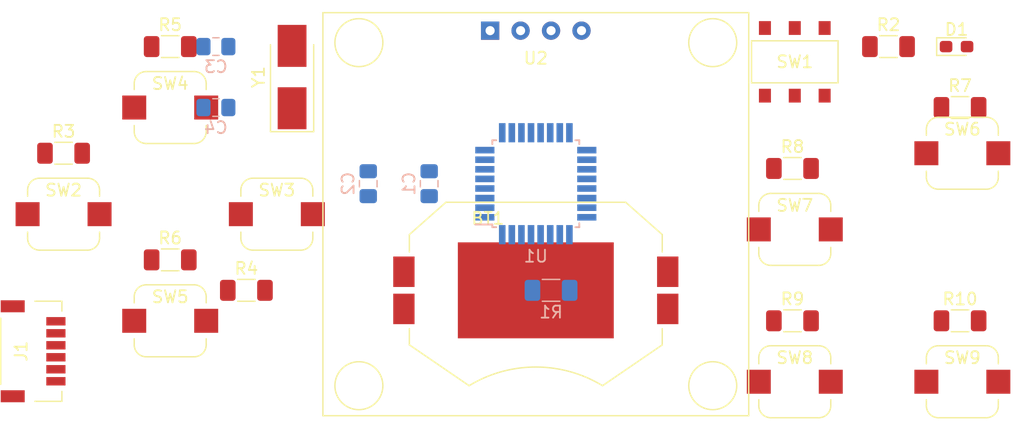
<source format=kicad_pcb>
(kicad_pcb (version 20171130) (host pcbnew "(5.1.10)-1")

  (general
    (thickness 1.6)
    (drawings 4)
    (tracks 0)
    (zones 0)
    (modules 29)
    (nets 22)
  )

  (page A4)
  (layers
    (0 F.Cu signal)
    (31 B.Cu signal)
    (32 B.Adhes user)
    (33 F.Adhes user)
    (34 B.Paste user)
    (35 F.Paste user)
    (36 B.SilkS user)
    (37 F.SilkS user)
    (38 B.Mask user)
    (39 F.Mask user)
    (40 Dwgs.User user)
    (41 Cmts.User user)
    (42 Eco1.User user)
    (43 Eco2.User user)
    (44 Edge.Cuts user)
    (45 Margin user)
    (46 B.CrtYd user)
    (47 F.CrtYd user)
    (48 B.Fab user)
    (49 F.Fab user)
  )

  (setup
    (last_trace_width 0.25)
    (trace_clearance 0.2)
    (zone_clearance 0.508)
    (zone_45_only no)
    (trace_min 0.2)
    (via_size 0.8)
    (via_drill 0.4)
    (via_min_size 0.4)
    (via_min_drill 0.3)
    (uvia_size 0.3)
    (uvia_drill 0.1)
    (uvias_allowed no)
    (uvia_min_size 0.2)
    (uvia_min_drill 0.1)
    (edge_width 0.05)
    (segment_width 0.2)
    (pcb_text_width 0.3)
    (pcb_text_size 1.5 1.5)
    (mod_edge_width 0.12)
    (mod_text_size 1 1)
    (mod_text_width 0.15)
    (pad_size 1.524 1.524)
    (pad_drill 0.762)
    (pad_to_mask_clearance 0)
    (aux_axis_origin 0 0)
    (visible_elements 7FFFF7FF)
    (pcbplotparams
      (layerselection 0x010fc_ffffffff)
      (usegerberextensions false)
      (usegerberattributes true)
      (usegerberadvancedattributes true)
      (creategerberjobfile true)
      (excludeedgelayer true)
      (linewidth 0.100000)
      (plotframeref false)
      (viasonmask false)
      (mode 1)
      (useauxorigin false)
      (hpglpennumber 1)
      (hpglpenspeed 20)
      (hpglpendiameter 15.000000)
      (psnegative false)
      (psa4output false)
      (plotreference true)
      (plotvalue true)
      (plotinvisibletext false)
      (padsonsilk false)
      (subtractmaskfromsilk false)
      (outputformat 1)
      (mirror false)
      (drillshape 1)
      (scaleselection 1)
      (outputdirectory ""))
  )

  (net 0 "")
  (net 1 "Net-(BT1-Pad1)")
  (net 2 GND)
  (net 3 +3V0)
  (net 4 "Net-(C4-Pad2)")
  (net 5 "Net-(D1-Pad2)")
  (net 6 "Net-(D1-Pad1)")
  (net 7 ISP-RST)
  (net 8 ISP-SCK)
  (net 9 ISP-MOSI)
  (net 10 ISP-MISO)
  (net 11 BTN-LEFT)
  (net 12 BTN-RIGHT)
  (net 13 BTN-UP)
  (net 14 BTN-DOWN)
  (net 15 BTN-A)
  (net 16 BTN-B)
  (net 17 BTN-PLAY)
  (net 18 BTN-ESC)
  (net 19 I2C-SCL)
  (net 20 I2C-SDA)
  (net 21 "Net-(C3-Pad2)")

  (net_class Default "This is the default net class."
    (clearance 0.2)
    (trace_width 0.25)
    (via_dia 0.8)
    (via_drill 0.4)
    (uvia_dia 0.3)
    (uvia_drill 0.1)
    (add_net +3V0)
    (add_net BTN-A)
    (add_net BTN-B)
    (add_net BTN-DOWN)
    (add_net BTN-ESC)
    (add_net BTN-LEFT)
    (add_net BTN-PLAY)
    (add_net BTN-RIGHT)
    (add_net BTN-UP)
    (add_net GND)
    (add_net I2C-SCL)
    (add_net I2C-SDA)
    (add_net ISP-MISO)
    (add_net ISP-MOSI)
    (add_net ISP-RST)
    (add_net ISP-SCK)
    (add_net "Net-(BT1-Pad1)")
    (add_net "Net-(C3-Pad2)")
    (add_net "Net-(C4-Pad2)")
    (add_net "Net-(D1-Pad1)")
    (add_net "Net-(D1-Pad2)")
    (add_net "Net-(SW1-Pad1)")
    (add_net "Net-(U1-Pad13)")
    (add_net "Net-(U1-Pad14)")
    (add_net "Net-(U1-Pad19)")
    (add_net "Net-(U1-Pad22)")
    (add_net "Net-(U1-Pad23)")
    (add_net "Net-(U1-Pad24)")
    (add_net "Net-(U1-Pad25)")
    (add_net "Net-(U1-Pad26)")
  )

  (module Resistor_SMD:R_1206_3216Metric_Pad1.30x1.75mm_HandSolder (layer F.Cu) (tedit 5F68FEEE) (tstamp 61196E5B)
    (at 256.3475 127)
    (descr "Resistor SMD 1206 (3216 Metric), square (rectangular) end terminal, IPC_7351 nominal with elongated pad for handsoldering. (Body size source: IPC-SM-782 page 72, https://www.pcb-3d.com/wordpress/wp-content/uploads/ipc-sm-782a_amendment_1_and_2.pdf), generated with kicad-footprint-generator")
    (tags "resistor handsolder")
    (path /6127D84B)
    (attr smd)
    (fp_text reference R10 (at 0 -1.82) (layer F.SilkS)
      (effects (font (size 1 1) (thickness 0.15)))
    )
    (fp_text value 10k (at 0 1.82) (layer F.Fab)
      (effects (font (size 1 1) (thickness 0.15)))
    )
    (fp_text user %R (at 0 0) (layer F.Fab)
      (effects (font (size 0.8 0.8) (thickness 0.12)))
    )
    (fp_line (start -1.6 0.8) (end -1.6 -0.8) (layer F.Fab) (width 0.1))
    (fp_line (start -1.6 -0.8) (end 1.6 -0.8) (layer F.Fab) (width 0.1))
    (fp_line (start 1.6 -0.8) (end 1.6 0.8) (layer F.Fab) (width 0.1))
    (fp_line (start 1.6 0.8) (end -1.6 0.8) (layer F.Fab) (width 0.1))
    (fp_line (start -0.727064 -0.91) (end 0.727064 -0.91) (layer F.SilkS) (width 0.12))
    (fp_line (start -0.727064 0.91) (end 0.727064 0.91) (layer F.SilkS) (width 0.12))
    (fp_line (start -2.45 1.12) (end -2.45 -1.12) (layer F.CrtYd) (width 0.05))
    (fp_line (start -2.45 -1.12) (end 2.45 -1.12) (layer F.CrtYd) (width 0.05))
    (fp_line (start 2.45 -1.12) (end 2.45 1.12) (layer F.CrtYd) (width 0.05))
    (fp_line (start 2.45 1.12) (end -2.45 1.12) (layer F.CrtYd) (width 0.05))
    (pad 2 smd roundrect (at 1.55 0) (size 1.3 1.75) (layers F.Cu F.Paste F.Mask) (roundrect_rratio 0.192308)
      (net 18 BTN-ESC))
    (pad 1 smd roundrect (at -1.55 0) (size 1.3 1.75) (layers F.Cu F.Paste F.Mask) (roundrect_rratio 0.192308)
      (net 3 +3V0))
    (model ${KISYS3DMOD}/Resistor_SMD.3dshapes/R_1206_3216Metric.wrl
      (at (xyz 0 0 0))
      (scale (xyz 1 1 1))
      (rotate (xyz 0 0 0))
    )
  )

  (module Resistor_SMD:R_1206_3216Metric_Pad1.30x1.75mm_HandSolder (layer F.Cu) (tedit 5F68FEEE) (tstamp 61196E4A)
    (at 242.3775 127)
    (descr "Resistor SMD 1206 (3216 Metric), square (rectangular) end terminal, IPC_7351 nominal with elongated pad for handsoldering. (Body size source: IPC-SM-782 page 72, https://www.pcb-3d.com/wordpress/wp-content/uploads/ipc-sm-782a_amendment_1_and_2.pdf), generated with kicad-footprint-generator")
    (tags "resistor handsolder")
    (path /6127A58C)
    (attr smd)
    (fp_text reference R9 (at 0 -1.82) (layer F.SilkS)
      (effects (font (size 1 1) (thickness 0.15)))
    )
    (fp_text value 10k (at 0 1.82) (layer F.Fab)
      (effects (font (size 1 1) (thickness 0.15)))
    )
    (fp_text user %R (at 0 0) (layer F.Fab)
      (effects (font (size 0.8 0.8) (thickness 0.12)))
    )
    (fp_line (start -1.6 0.8) (end -1.6 -0.8) (layer F.Fab) (width 0.1))
    (fp_line (start -1.6 -0.8) (end 1.6 -0.8) (layer F.Fab) (width 0.1))
    (fp_line (start 1.6 -0.8) (end 1.6 0.8) (layer F.Fab) (width 0.1))
    (fp_line (start 1.6 0.8) (end -1.6 0.8) (layer F.Fab) (width 0.1))
    (fp_line (start -0.727064 -0.91) (end 0.727064 -0.91) (layer F.SilkS) (width 0.12))
    (fp_line (start -0.727064 0.91) (end 0.727064 0.91) (layer F.SilkS) (width 0.12))
    (fp_line (start -2.45 1.12) (end -2.45 -1.12) (layer F.CrtYd) (width 0.05))
    (fp_line (start -2.45 -1.12) (end 2.45 -1.12) (layer F.CrtYd) (width 0.05))
    (fp_line (start 2.45 -1.12) (end 2.45 1.12) (layer F.CrtYd) (width 0.05))
    (fp_line (start 2.45 1.12) (end -2.45 1.12) (layer F.CrtYd) (width 0.05))
    (pad 2 smd roundrect (at 1.55 0) (size 1.3 1.75) (layers F.Cu F.Paste F.Mask) (roundrect_rratio 0.192308)
      (net 17 BTN-PLAY))
    (pad 1 smd roundrect (at -1.55 0) (size 1.3 1.75) (layers F.Cu F.Paste F.Mask) (roundrect_rratio 0.192308)
      (net 3 +3V0))
    (model ${KISYS3DMOD}/Resistor_SMD.3dshapes/R_1206_3216Metric.wrl
      (at (xyz 0 0 0))
      (scale (xyz 1 1 1))
      (rotate (xyz 0 0 0))
    )
  )

  (module Resistor_SMD:R_1206_3216Metric_Pad1.30x1.75mm_HandSolder (layer F.Cu) (tedit 5F68FEEE) (tstamp 61196B08)
    (at 242.3775 114.3)
    (descr "Resistor SMD 1206 (3216 Metric), square (rectangular) end terminal, IPC_7351 nominal with elongated pad for handsoldering. (Body size source: IPC-SM-782 page 72, https://www.pcb-3d.com/wordpress/wp-content/uploads/ipc-sm-782a_amendment_1_and_2.pdf), generated with kicad-footprint-generator")
    (tags "resistor handsolder")
    (path /61273FAA)
    (attr smd)
    (fp_text reference R8 (at 0 -1.82) (layer F.SilkS)
      (effects (font (size 1 1) (thickness 0.15)))
    )
    (fp_text value 10k (at 0 1.82) (layer F.Fab)
      (effects (font (size 1 1) (thickness 0.15)))
    )
    (fp_text user %R (at 0 0) (layer F.Fab)
      (effects (font (size 0.8 0.8) (thickness 0.12)))
    )
    (fp_line (start -1.6 0.8) (end -1.6 -0.8) (layer F.Fab) (width 0.1))
    (fp_line (start -1.6 -0.8) (end 1.6 -0.8) (layer F.Fab) (width 0.1))
    (fp_line (start 1.6 -0.8) (end 1.6 0.8) (layer F.Fab) (width 0.1))
    (fp_line (start 1.6 0.8) (end -1.6 0.8) (layer F.Fab) (width 0.1))
    (fp_line (start -0.727064 -0.91) (end 0.727064 -0.91) (layer F.SilkS) (width 0.12))
    (fp_line (start -0.727064 0.91) (end 0.727064 0.91) (layer F.SilkS) (width 0.12))
    (fp_line (start -2.45 1.12) (end -2.45 -1.12) (layer F.CrtYd) (width 0.05))
    (fp_line (start -2.45 -1.12) (end 2.45 -1.12) (layer F.CrtYd) (width 0.05))
    (fp_line (start 2.45 -1.12) (end 2.45 1.12) (layer F.CrtYd) (width 0.05))
    (fp_line (start 2.45 1.12) (end -2.45 1.12) (layer F.CrtYd) (width 0.05))
    (pad 2 smd roundrect (at 1.55 0) (size 1.3 1.75) (layers F.Cu F.Paste F.Mask) (roundrect_rratio 0.192308)
      (net 16 BTN-B))
    (pad 1 smd roundrect (at -1.55 0) (size 1.3 1.75) (layers F.Cu F.Paste F.Mask) (roundrect_rratio 0.192308)
      (net 3 +3V0))
    (model ${KISYS3DMOD}/Resistor_SMD.3dshapes/R_1206_3216Metric.wrl
      (at (xyz 0 0 0))
      (scale (xyz 1 1 1))
      (rotate (xyz 0 0 0))
    )
  )

  (module Resistor_SMD:R_1206_3216Metric_Pad1.30x1.75mm_HandSolder (layer F.Cu) (tedit 5F68FEEE) (tstamp 61196E28)
    (at 256.3475 109.22)
    (descr "Resistor SMD 1206 (3216 Metric), square (rectangular) end terminal, IPC_7351 nominal with elongated pad for handsoldering. (Body size source: IPC-SM-782 page 72, https://www.pcb-3d.com/wordpress/wp-content/uploads/ipc-sm-782a_amendment_1_and_2.pdf), generated with kicad-footprint-generator")
    (tags "resistor handsolder")
    (path /6127131B)
    (attr smd)
    (fp_text reference R7 (at 0 -1.82) (layer F.SilkS)
      (effects (font (size 1 1) (thickness 0.15)))
    )
    (fp_text value 10k (at 0 1.82) (layer F.Fab)
      (effects (font (size 1 1) (thickness 0.15)))
    )
    (fp_text user %R (at 0 0) (layer F.Fab)
      (effects (font (size 0.8 0.8) (thickness 0.12)))
    )
    (fp_line (start -1.6 0.8) (end -1.6 -0.8) (layer F.Fab) (width 0.1))
    (fp_line (start -1.6 -0.8) (end 1.6 -0.8) (layer F.Fab) (width 0.1))
    (fp_line (start 1.6 -0.8) (end 1.6 0.8) (layer F.Fab) (width 0.1))
    (fp_line (start 1.6 0.8) (end -1.6 0.8) (layer F.Fab) (width 0.1))
    (fp_line (start -0.727064 -0.91) (end 0.727064 -0.91) (layer F.SilkS) (width 0.12))
    (fp_line (start -0.727064 0.91) (end 0.727064 0.91) (layer F.SilkS) (width 0.12))
    (fp_line (start -2.45 1.12) (end -2.45 -1.12) (layer F.CrtYd) (width 0.05))
    (fp_line (start -2.45 -1.12) (end 2.45 -1.12) (layer F.CrtYd) (width 0.05))
    (fp_line (start 2.45 -1.12) (end 2.45 1.12) (layer F.CrtYd) (width 0.05))
    (fp_line (start 2.45 1.12) (end -2.45 1.12) (layer F.CrtYd) (width 0.05))
    (pad 2 smd roundrect (at 1.55 0) (size 1.3 1.75) (layers F.Cu F.Paste F.Mask) (roundrect_rratio 0.192308)
      (net 15 BTN-A))
    (pad 1 smd roundrect (at -1.55 0) (size 1.3 1.75) (layers F.Cu F.Paste F.Mask) (roundrect_rratio 0.192308)
      (net 3 +3V0))
    (model ${KISYS3DMOD}/Resistor_SMD.3dshapes/R_1206_3216Metric.wrl
      (at (xyz 0 0 0))
      (scale (xyz 1 1 1))
      (rotate (xyz 0 0 0))
    )
  )

  (module Resistor_SMD:R_1206_3216Metric_Pad1.30x1.75mm_HandSolder (layer F.Cu) (tedit 5F68FEEE) (tstamp 61196E17)
    (at 190.5 121.92)
    (descr "Resistor SMD 1206 (3216 Metric), square (rectangular) end terminal, IPC_7351 nominal with elongated pad for handsoldering. (Body size source: IPC-SM-782 page 72, https://www.pcb-3d.com/wordpress/wp-content/uploads/ipc-sm-782a_amendment_1_and_2.pdf), generated with kicad-footprint-generator")
    (tags "resistor handsolder")
    (path /6126EDC9)
    (attr smd)
    (fp_text reference R6 (at 0 -1.82) (layer F.SilkS)
      (effects (font (size 1 1) (thickness 0.15)))
    )
    (fp_text value 10k (at 0 1.82) (layer F.Fab)
      (effects (font (size 1 1) (thickness 0.15)))
    )
    (fp_text user %R (at 0 0) (layer F.Fab)
      (effects (font (size 0.8 0.8) (thickness 0.12)))
    )
    (fp_line (start -1.6 0.8) (end -1.6 -0.8) (layer F.Fab) (width 0.1))
    (fp_line (start -1.6 -0.8) (end 1.6 -0.8) (layer F.Fab) (width 0.1))
    (fp_line (start 1.6 -0.8) (end 1.6 0.8) (layer F.Fab) (width 0.1))
    (fp_line (start 1.6 0.8) (end -1.6 0.8) (layer F.Fab) (width 0.1))
    (fp_line (start -0.727064 -0.91) (end 0.727064 -0.91) (layer F.SilkS) (width 0.12))
    (fp_line (start -0.727064 0.91) (end 0.727064 0.91) (layer F.SilkS) (width 0.12))
    (fp_line (start -2.45 1.12) (end -2.45 -1.12) (layer F.CrtYd) (width 0.05))
    (fp_line (start -2.45 -1.12) (end 2.45 -1.12) (layer F.CrtYd) (width 0.05))
    (fp_line (start 2.45 -1.12) (end 2.45 1.12) (layer F.CrtYd) (width 0.05))
    (fp_line (start 2.45 1.12) (end -2.45 1.12) (layer F.CrtYd) (width 0.05))
    (pad 2 smd roundrect (at 1.55 0) (size 1.3 1.75) (layers F.Cu F.Paste F.Mask) (roundrect_rratio 0.192308)
      (net 14 BTN-DOWN))
    (pad 1 smd roundrect (at -1.55 0) (size 1.3 1.75) (layers F.Cu F.Paste F.Mask) (roundrect_rratio 0.192308)
      (net 3 +3V0))
    (model ${KISYS3DMOD}/Resistor_SMD.3dshapes/R_1206_3216Metric.wrl
      (at (xyz 0 0 0))
      (scale (xyz 1 1 1))
      (rotate (xyz 0 0 0))
    )
  )

  (module Resistor_SMD:R_1206_3216Metric_Pad1.30x1.75mm_HandSolder (layer F.Cu) (tedit 5F68FEEE) (tstamp 61196E06)
    (at 190.5 104.14)
    (descr "Resistor SMD 1206 (3216 Metric), square (rectangular) end terminal, IPC_7351 nominal with elongated pad for handsoldering. (Body size source: IPC-SM-782 page 72, https://www.pcb-3d.com/wordpress/wp-content/uploads/ipc-sm-782a_amendment_1_and_2.pdf), generated with kicad-footprint-generator")
    (tags "resistor handsolder")
    (path /6126C8C4)
    (attr smd)
    (fp_text reference R5 (at 0 -1.82) (layer F.SilkS)
      (effects (font (size 1 1) (thickness 0.15)))
    )
    (fp_text value 10k (at 0 1.82) (layer F.Fab)
      (effects (font (size 1 1) (thickness 0.15)))
    )
    (fp_text user %R (at 0 0) (layer F.Fab)
      (effects (font (size 0.8 0.8) (thickness 0.12)))
    )
    (fp_line (start -1.6 0.8) (end -1.6 -0.8) (layer F.Fab) (width 0.1))
    (fp_line (start -1.6 -0.8) (end 1.6 -0.8) (layer F.Fab) (width 0.1))
    (fp_line (start 1.6 -0.8) (end 1.6 0.8) (layer F.Fab) (width 0.1))
    (fp_line (start 1.6 0.8) (end -1.6 0.8) (layer F.Fab) (width 0.1))
    (fp_line (start -0.727064 -0.91) (end 0.727064 -0.91) (layer F.SilkS) (width 0.12))
    (fp_line (start -0.727064 0.91) (end 0.727064 0.91) (layer F.SilkS) (width 0.12))
    (fp_line (start -2.45 1.12) (end -2.45 -1.12) (layer F.CrtYd) (width 0.05))
    (fp_line (start -2.45 -1.12) (end 2.45 -1.12) (layer F.CrtYd) (width 0.05))
    (fp_line (start 2.45 -1.12) (end 2.45 1.12) (layer F.CrtYd) (width 0.05))
    (fp_line (start 2.45 1.12) (end -2.45 1.12) (layer F.CrtYd) (width 0.05))
    (pad 2 smd roundrect (at 1.55 0) (size 1.3 1.75) (layers F.Cu F.Paste F.Mask) (roundrect_rratio 0.192308)
      (net 13 BTN-UP))
    (pad 1 smd roundrect (at -1.55 0) (size 1.3 1.75) (layers F.Cu F.Paste F.Mask) (roundrect_rratio 0.192308)
      (net 3 +3V0))
    (model ${KISYS3DMOD}/Resistor_SMD.3dshapes/R_1206_3216Metric.wrl
      (at (xyz 0 0 0))
      (scale (xyz 1 1 1))
      (rotate (xyz 0 0 0))
    )
  )

  (module Resistor_SMD:R_1206_3216Metric_Pad1.30x1.75mm_HandSolder (layer F.Cu) (tedit 5F68FEEE) (tstamp 6119A7FF)
    (at 196.85 124.46)
    (descr "Resistor SMD 1206 (3216 Metric), square (rectangular) end terminal, IPC_7351 nominal with elongated pad for handsoldering. (Body size source: IPC-SM-782 page 72, https://www.pcb-3d.com/wordpress/wp-content/uploads/ipc-sm-782a_amendment_1_and_2.pdf), generated with kicad-footprint-generator")
    (tags "resistor handsolder")
    (path /6126AC0E)
    (attr smd)
    (fp_text reference R4 (at 0 -1.82) (layer F.SilkS)
      (effects (font (size 1 1) (thickness 0.15)))
    )
    (fp_text value 10k (at 0 1.82) (layer F.Fab)
      (effects (font (size 1 1) (thickness 0.15)))
    )
    (fp_text user %R (at 0 0) (layer F.Fab)
      (effects (font (size 0.8 0.8) (thickness 0.12)))
    )
    (fp_line (start -1.6 0.8) (end -1.6 -0.8) (layer F.Fab) (width 0.1))
    (fp_line (start -1.6 -0.8) (end 1.6 -0.8) (layer F.Fab) (width 0.1))
    (fp_line (start 1.6 -0.8) (end 1.6 0.8) (layer F.Fab) (width 0.1))
    (fp_line (start 1.6 0.8) (end -1.6 0.8) (layer F.Fab) (width 0.1))
    (fp_line (start -0.727064 -0.91) (end 0.727064 -0.91) (layer F.SilkS) (width 0.12))
    (fp_line (start -0.727064 0.91) (end 0.727064 0.91) (layer F.SilkS) (width 0.12))
    (fp_line (start -2.45 1.12) (end -2.45 -1.12) (layer F.CrtYd) (width 0.05))
    (fp_line (start -2.45 -1.12) (end 2.45 -1.12) (layer F.CrtYd) (width 0.05))
    (fp_line (start 2.45 -1.12) (end 2.45 1.12) (layer F.CrtYd) (width 0.05))
    (fp_line (start 2.45 1.12) (end -2.45 1.12) (layer F.CrtYd) (width 0.05))
    (pad 2 smd roundrect (at 1.55 0) (size 1.3 1.75) (layers F.Cu F.Paste F.Mask) (roundrect_rratio 0.192308)
      (net 12 BTN-RIGHT))
    (pad 1 smd roundrect (at -1.55 0) (size 1.3 1.75) (layers F.Cu F.Paste F.Mask) (roundrect_rratio 0.192308)
      (net 3 +3V0))
    (model ${KISYS3DMOD}/Resistor_SMD.3dshapes/R_1206_3216Metric.wrl
      (at (xyz 0 0 0))
      (scale (xyz 1 1 1))
      (rotate (xyz 0 0 0))
    )
  )

  (module Resistor_SMD:R_1206_3216Metric_Pad1.30x1.75mm_HandSolder (layer F.Cu) (tedit 5F68FEEE) (tstamp 61196DE4)
    (at 181.61 113.03)
    (descr "Resistor SMD 1206 (3216 Metric), square (rectangular) end terminal, IPC_7351 nominal with elongated pad for handsoldering. (Body size source: IPC-SM-782 page 72, https://www.pcb-3d.com/wordpress/wp-content/uploads/ipc-sm-782a_amendment_1_and_2.pdf), generated with kicad-footprint-generator")
    (tags "resistor handsolder")
    (path /61246460)
    (attr smd)
    (fp_text reference R3 (at 0 -1.82) (layer F.SilkS)
      (effects (font (size 1 1) (thickness 0.15)))
    )
    (fp_text value 10k (at 0 1.82) (layer F.Fab)
      (effects (font (size 1 1) (thickness 0.15)))
    )
    (fp_text user %R (at 0 0) (layer F.Fab)
      (effects (font (size 0.8 0.8) (thickness 0.12)))
    )
    (fp_line (start -1.6 0.8) (end -1.6 -0.8) (layer F.Fab) (width 0.1))
    (fp_line (start -1.6 -0.8) (end 1.6 -0.8) (layer F.Fab) (width 0.1))
    (fp_line (start 1.6 -0.8) (end 1.6 0.8) (layer F.Fab) (width 0.1))
    (fp_line (start 1.6 0.8) (end -1.6 0.8) (layer F.Fab) (width 0.1))
    (fp_line (start -0.727064 -0.91) (end 0.727064 -0.91) (layer F.SilkS) (width 0.12))
    (fp_line (start -0.727064 0.91) (end 0.727064 0.91) (layer F.SilkS) (width 0.12))
    (fp_line (start -2.45 1.12) (end -2.45 -1.12) (layer F.CrtYd) (width 0.05))
    (fp_line (start -2.45 -1.12) (end 2.45 -1.12) (layer F.CrtYd) (width 0.05))
    (fp_line (start 2.45 -1.12) (end 2.45 1.12) (layer F.CrtYd) (width 0.05))
    (fp_line (start 2.45 1.12) (end -2.45 1.12) (layer F.CrtYd) (width 0.05))
    (pad 2 smd roundrect (at 1.55 0) (size 1.3 1.75) (layers F.Cu F.Paste F.Mask) (roundrect_rratio 0.192308)
      (net 11 BTN-LEFT))
    (pad 1 smd roundrect (at -1.55 0) (size 1.3 1.75) (layers F.Cu F.Paste F.Mask) (roundrect_rratio 0.192308)
      (net 3 +3V0))
    (model ${KISYS3DMOD}/Resistor_SMD.3dshapes/R_1206_3216Metric.wrl
      (at (xyz 0 0 0))
      (scale (xyz 1 1 1))
      (rotate (xyz 0 0 0))
    )
  )

  (module Resistor_SMD:R_1206_3216Metric_Pad1.30x1.75mm_HandSolder (layer F.Cu) (tedit 5F68FEEE) (tstamp 61196DD3)
    (at 250.3825 104.14)
    (descr "Resistor SMD 1206 (3216 Metric), square (rectangular) end terminal, IPC_7351 nominal with elongated pad for handsoldering. (Body size source: IPC-SM-782 page 72, https://www.pcb-3d.com/wordpress/wp-content/uploads/ipc-sm-782a_amendment_1_and_2.pdf), generated with kicad-footprint-generator")
    (tags "resistor handsolder")
    (path /61191C2E)
    (attr smd)
    (fp_text reference R2 (at 0 -1.82) (layer F.SilkS)
      (effects (font (size 1 1) (thickness 0.15)))
    )
    (fp_text value 330 (at 0 1.82) (layer F.Fab)
      (effects (font (size 1 1) (thickness 0.15)))
    )
    (fp_text user %R (at 0 0) (layer F.Fab)
      (effects (font (size 0.8 0.8) (thickness 0.12)))
    )
    (fp_line (start -1.6 0.8) (end -1.6 -0.8) (layer F.Fab) (width 0.1))
    (fp_line (start -1.6 -0.8) (end 1.6 -0.8) (layer F.Fab) (width 0.1))
    (fp_line (start 1.6 -0.8) (end 1.6 0.8) (layer F.Fab) (width 0.1))
    (fp_line (start 1.6 0.8) (end -1.6 0.8) (layer F.Fab) (width 0.1))
    (fp_line (start -0.727064 -0.91) (end 0.727064 -0.91) (layer F.SilkS) (width 0.12))
    (fp_line (start -0.727064 0.91) (end 0.727064 0.91) (layer F.SilkS) (width 0.12))
    (fp_line (start -2.45 1.12) (end -2.45 -1.12) (layer F.CrtYd) (width 0.05))
    (fp_line (start -2.45 -1.12) (end 2.45 -1.12) (layer F.CrtYd) (width 0.05))
    (fp_line (start 2.45 -1.12) (end 2.45 1.12) (layer F.CrtYd) (width 0.05))
    (fp_line (start 2.45 1.12) (end -2.45 1.12) (layer F.CrtYd) (width 0.05))
    (pad 2 smd roundrect (at 1.55 0) (size 1.3 1.75) (layers F.Cu F.Paste F.Mask) (roundrect_rratio 0.192308)
      (net 3 +3V0))
    (pad 1 smd roundrect (at -1.55 0) (size 1.3 1.75) (layers F.Cu F.Paste F.Mask) (roundrect_rratio 0.192308)
      (net 5 "Net-(D1-Pad2)"))
    (model ${KISYS3DMOD}/Resistor_SMD.3dshapes/R_1206_3216Metric.wrl
      (at (xyz 0 0 0))
      (scale (xyz 1 1 1))
      (rotate (xyz 0 0 0))
    )
  )

  (module Resistor_SMD:R_1206_3216Metric_Pad1.30x1.75mm_HandSolder (layer B.Cu) (tedit 5F68FEEE) (tstamp 61196DC2)
    (at 222.25 124.46)
    (descr "Resistor SMD 1206 (3216 Metric), square (rectangular) end terminal, IPC_7351 nominal with elongated pad for handsoldering. (Body size source: IPC-SM-782 page 72, https://www.pcb-3d.com/wordpress/wp-content/uploads/ipc-sm-782a_amendment_1_and_2.pdf), generated with kicad-footprint-generator")
    (tags "resistor handsolder")
    (path /61190EC5)
    (attr smd)
    (fp_text reference R1 (at 0 1.82) (layer B.SilkS)
      (effects (font (size 1 1) (thickness 0.15)) (justify mirror))
    )
    (fp_text value 10k (at 0 -1.82) (layer B.Fab)
      (effects (font (size 1 1) (thickness 0.15)) (justify mirror))
    )
    (fp_text user %R (at 0 0) (layer B.Fab)
      (effects (font (size 0.8 0.8) (thickness 0.12)) (justify mirror))
    )
    (fp_line (start -1.6 -0.8) (end -1.6 0.8) (layer B.Fab) (width 0.1))
    (fp_line (start -1.6 0.8) (end 1.6 0.8) (layer B.Fab) (width 0.1))
    (fp_line (start 1.6 0.8) (end 1.6 -0.8) (layer B.Fab) (width 0.1))
    (fp_line (start 1.6 -0.8) (end -1.6 -0.8) (layer B.Fab) (width 0.1))
    (fp_line (start -0.727064 0.91) (end 0.727064 0.91) (layer B.SilkS) (width 0.12))
    (fp_line (start -0.727064 -0.91) (end 0.727064 -0.91) (layer B.SilkS) (width 0.12))
    (fp_line (start -2.45 -1.12) (end -2.45 1.12) (layer B.CrtYd) (width 0.05))
    (fp_line (start -2.45 1.12) (end 2.45 1.12) (layer B.CrtYd) (width 0.05))
    (fp_line (start 2.45 1.12) (end 2.45 -1.12) (layer B.CrtYd) (width 0.05))
    (fp_line (start 2.45 -1.12) (end -2.45 -1.12) (layer B.CrtYd) (width 0.05))
    (pad 2 smd roundrect (at 1.55 0) (size 1.3 1.75) (layers B.Cu B.Paste B.Mask) (roundrect_rratio 0.192308)
      (net 3 +3V0))
    (pad 1 smd roundrect (at -1.55 0) (size 1.3 1.75) (layers B.Cu B.Paste B.Mask) (roundrect_rratio 0.192308)
      (net 7 ISP-RST))
    (model ${KISYS3DMOD}/Resistor_SMD.3dshapes/R_1206_3216Metric.wrl
      (at (xyz 0 0 0))
      (scale (xyz 1 1 1))
      (rotate (xyz 0 0 0))
    )
  )

  (module LED_SMD:LED_0603_1608Metric_Pad1.05x0.95mm_HandSolder (layer F.Cu) (tedit 5F68FEF1) (tstamp 6119A66B)
    (at 256.0575 104.14)
    (descr "LED SMD 0603 (1608 Metric), square (rectangular) end terminal, IPC_7351 nominal, (Body size source: http://www.tortai-tech.com/upload/download/2011102023233369053.pdf), generated with kicad-footprint-generator")
    (tags "LED handsolder")
    (path /61193323)
    (attr smd)
    (fp_text reference D1 (at 0 -1.43) (layer F.SilkS)
      (effects (font (size 1 1) (thickness 0.15)))
    )
    (fp_text value LED (at 0 1.43) (layer F.Fab)
      (effects (font (size 1 1) (thickness 0.15)))
    )
    (fp_text user %R (at 0 0) (layer F.Fab)
      (effects (font (size 0.4 0.4) (thickness 0.06)))
    )
    (fp_line (start 0.8 -0.4) (end -0.5 -0.4) (layer F.Fab) (width 0.1))
    (fp_line (start -0.5 -0.4) (end -0.8 -0.1) (layer F.Fab) (width 0.1))
    (fp_line (start -0.8 -0.1) (end -0.8 0.4) (layer F.Fab) (width 0.1))
    (fp_line (start -0.8 0.4) (end 0.8 0.4) (layer F.Fab) (width 0.1))
    (fp_line (start 0.8 0.4) (end 0.8 -0.4) (layer F.Fab) (width 0.1))
    (fp_line (start 0.8 -0.735) (end -1.66 -0.735) (layer F.SilkS) (width 0.12))
    (fp_line (start -1.66 -0.735) (end -1.66 0.735) (layer F.SilkS) (width 0.12))
    (fp_line (start -1.66 0.735) (end 0.8 0.735) (layer F.SilkS) (width 0.12))
    (fp_line (start -1.65 0.73) (end -1.65 -0.73) (layer F.CrtYd) (width 0.05))
    (fp_line (start -1.65 -0.73) (end 1.65 -0.73) (layer F.CrtYd) (width 0.05))
    (fp_line (start 1.65 -0.73) (end 1.65 0.73) (layer F.CrtYd) (width 0.05))
    (fp_line (start 1.65 0.73) (end -1.65 0.73) (layer F.CrtYd) (width 0.05))
    (pad 2 smd roundrect (at 0.875 0) (size 1.05 0.95) (layers F.Cu F.Paste F.Mask) (roundrect_rratio 0.25)
      (net 5 "Net-(D1-Pad2)"))
    (pad 1 smd roundrect (at -0.875 0) (size 1.05 0.95) (layers F.Cu F.Paste F.Mask) (roundrect_rratio 0.25)
      (net 6 "Net-(D1-Pad1)"))
    (model ${KISYS3DMOD}/LED_SMD.3dshapes/LED_0603_1608Metric.wrl
      (at (xyz 0 0 0))
      (scale (xyz 1 1 1))
      (rotate (xyz 0 0 0))
    )
  )

  (module Capacitor_SMD:C_0805_2012Metric_Pad1.18x1.45mm_HandSolder (layer B.Cu) (tedit 5F68FEEF) (tstamp 61196D8D)
    (at 194.31 109.22)
    (descr "Capacitor SMD 0805 (2012 Metric), square (rectangular) end terminal, IPC_7351 nominal with elongated pad for handsoldering. (Body size source: IPC-SM-782 page 76, https://www.pcb-3d.com/wordpress/wp-content/uploads/ipc-sm-782a_amendment_1_and_2.pdf, https://docs.google.com/spreadsheets/d/1BsfQQcO9C6DZCsRaXUlFlo91Tg2WpOkGARC1WS5S8t0/edit?usp=sharing), generated with kicad-footprint-generator")
    (tags "capacitor handsolder")
    (path /6118EC2D)
    (attr smd)
    (fp_text reference C4 (at 0 1.68) (layer B.SilkS)
      (effects (font (size 1 1) (thickness 0.15)) (justify mirror))
    )
    (fp_text value 22pF (at 0 -1.68) (layer B.Fab)
      (effects (font (size 1 1) (thickness 0.15)) (justify mirror))
    )
    (fp_text user %R (at 0 0) (layer B.Fab)
      (effects (font (size 0.5 0.5) (thickness 0.08)) (justify mirror))
    )
    (fp_line (start -1 -0.625) (end -1 0.625) (layer B.Fab) (width 0.1))
    (fp_line (start -1 0.625) (end 1 0.625) (layer B.Fab) (width 0.1))
    (fp_line (start 1 0.625) (end 1 -0.625) (layer B.Fab) (width 0.1))
    (fp_line (start 1 -0.625) (end -1 -0.625) (layer B.Fab) (width 0.1))
    (fp_line (start -0.261252 0.735) (end 0.261252 0.735) (layer B.SilkS) (width 0.12))
    (fp_line (start -0.261252 -0.735) (end 0.261252 -0.735) (layer B.SilkS) (width 0.12))
    (fp_line (start -1.88 -0.98) (end -1.88 0.98) (layer B.CrtYd) (width 0.05))
    (fp_line (start -1.88 0.98) (end 1.88 0.98) (layer B.CrtYd) (width 0.05))
    (fp_line (start 1.88 0.98) (end 1.88 -0.98) (layer B.CrtYd) (width 0.05))
    (fp_line (start 1.88 -0.98) (end -1.88 -0.98) (layer B.CrtYd) (width 0.05))
    (pad 2 smd roundrect (at 1.0375 0) (size 1.175 1.45) (layers B.Cu B.Paste B.Mask) (roundrect_rratio 0.212766)
      (net 4 "Net-(C4-Pad2)"))
    (pad 1 smd roundrect (at -1.0375 0) (size 1.175 1.45) (layers B.Cu B.Paste B.Mask) (roundrect_rratio 0.212766)
      (net 2 GND))
    (model ${KISYS3DMOD}/Capacitor_SMD.3dshapes/C_0805_2012Metric.wrl
      (at (xyz 0 0 0))
      (scale (xyz 1 1 1))
      (rotate (xyz 0 0 0))
    )
  )

  (module Capacitor_SMD:C_0805_2012Metric_Pad1.18x1.45mm_HandSolder (layer B.Cu) (tedit 5F68FEEF) (tstamp 61196D7C)
    (at 194.31 104.14)
    (descr "Capacitor SMD 0805 (2012 Metric), square (rectangular) end terminal, IPC_7351 nominal with elongated pad for handsoldering. (Body size source: IPC-SM-782 page 76, https://www.pcb-3d.com/wordpress/wp-content/uploads/ipc-sm-782a_amendment_1_and_2.pdf, https://docs.google.com/spreadsheets/d/1BsfQQcO9C6DZCsRaXUlFlo91Tg2WpOkGARC1WS5S8t0/edit?usp=sharing), generated with kicad-footprint-generator")
    (tags "capacitor handsolder")
    (path /6118F3E6)
    (attr smd)
    (fp_text reference C3 (at 0 1.68) (layer B.SilkS)
      (effects (font (size 1 1) (thickness 0.15)) (justify mirror))
    )
    (fp_text value 22pF (at 0 -1.68) (layer B.Fab)
      (effects (font (size 1 1) (thickness 0.15)) (justify mirror))
    )
    (fp_text user %R (at 0 0) (layer B.Fab)
      (effects (font (size 0.5 0.5) (thickness 0.08)) (justify mirror))
    )
    (fp_line (start -1 -0.625) (end -1 0.625) (layer B.Fab) (width 0.1))
    (fp_line (start -1 0.625) (end 1 0.625) (layer B.Fab) (width 0.1))
    (fp_line (start 1 0.625) (end 1 -0.625) (layer B.Fab) (width 0.1))
    (fp_line (start 1 -0.625) (end -1 -0.625) (layer B.Fab) (width 0.1))
    (fp_line (start -0.261252 0.735) (end 0.261252 0.735) (layer B.SilkS) (width 0.12))
    (fp_line (start -0.261252 -0.735) (end 0.261252 -0.735) (layer B.SilkS) (width 0.12))
    (fp_line (start -1.88 -0.98) (end -1.88 0.98) (layer B.CrtYd) (width 0.05))
    (fp_line (start -1.88 0.98) (end 1.88 0.98) (layer B.CrtYd) (width 0.05))
    (fp_line (start 1.88 0.98) (end 1.88 -0.98) (layer B.CrtYd) (width 0.05))
    (fp_line (start 1.88 -0.98) (end -1.88 -0.98) (layer B.CrtYd) (width 0.05))
    (pad 2 smd roundrect (at 1.0375 0) (size 1.175 1.45) (layers B.Cu B.Paste B.Mask) (roundrect_rratio 0.212766)
      (net 21 "Net-(C3-Pad2)"))
    (pad 1 smd roundrect (at -1.0375 0) (size 1.175 1.45) (layers B.Cu B.Paste B.Mask) (roundrect_rratio 0.212766)
      (net 2 GND))
    (model ${KISYS3DMOD}/Capacitor_SMD.3dshapes/C_0805_2012Metric.wrl
      (at (xyz 0 0 0))
      (scale (xyz 1 1 1))
      (rotate (xyz 0 0 0))
    )
  )

  (module Capacitor_SMD:C_0805_2012Metric_Pad1.18x1.45mm_HandSolder (layer B.Cu) (tedit 5F68FEEF) (tstamp 61196D6B)
    (at 207.01 115.57 270)
    (descr "Capacitor SMD 0805 (2012 Metric), square (rectangular) end terminal, IPC_7351 nominal with elongated pad for handsoldering. (Body size source: IPC-SM-782 page 76, https://www.pcb-3d.com/wordpress/wp-content/uploads/ipc-sm-782a_amendment_1_and_2.pdf, https://docs.google.com/spreadsheets/d/1BsfQQcO9C6DZCsRaXUlFlo91Tg2WpOkGARC1WS5S8t0/edit?usp=sharing), generated with kicad-footprint-generator")
    (tags "capacitor handsolder")
    (path /61191558)
    (attr smd)
    (fp_text reference C2 (at 0 1.68 90) (layer B.SilkS)
      (effects (font (size 1 1) (thickness 0.15)) (justify mirror))
    )
    (fp_text value 0.1uF (at 0 -1.68 90) (layer B.Fab)
      (effects (font (size 1 1) (thickness 0.15)) (justify mirror))
    )
    (fp_text user %R (at 0 0 90) (layer B.Fab)
      (effects (font (size 0.5 0.5) (thickness 0.08)) (justify mirror))
    )
    (fp_line (start -1 -0.625) (end -1 0.625) (layer B.Fab) (width 0.1))
    (fp_line (start -1 0.625) (end 1 0.625) (layer B.Fab) (width 0.1))
    (fp_line (start 1 0.625) (end 1 -0.625) (layer B.Fab) (width 0.1))
    (fp_line (start 1 -0.625) (end -1 -0.625) (layer B.Fab) (width 0.1))
    (fp_line (start -0.261252 0.735) (end 0.261252 0.735) (layer B.SilkS) (width 0.12))
    (fp_line (start -0.261252 -0.735) (end 0.261252 -0.735) (layer B.SilkS) (width 0.12))
    (fp_line (start -1.88 -0.98) (end -1.88 0.98) (layer B.CrtYd) (width 0.05))
    (fp_line (start -1.88 0.98) (end 1.88 0.98) (layer B.CrtYd) (width 0.05))
    (fp_line (start 1.88 0.98) (end 1.88 -0.98) (layer B.CrtYd) (width 0.05))
    (fp_line (start 1.88 -0.98) (end -1.88 -0.98) (layer B.CrtYd) (width 0.05))
    (pad 2 smd roundrect (at 1.0375 0 270) (size 1.175 1.45) (layers B.Cu B.Paste B.Mask) (roundrect_rratio 0.212766)
      (net 2 GND))
    (pad 1 smd roundrect (at -1.0375 0 270) (size 1.175 1.45) (layers B.Cu B.Paste B.Mask) (roundrect_rratio 0.212766)
      (net 3 +3V0))
    (model ${KISYS3DMOD}/Capacitor_SMD.3dshapes/C_0805_2012Metric.wrl
      (at (xyz 0 0 0))
      (scale (xyz 1 1 1))
      (rotate (xyz 0 0 0))
    )
  )

  (module Capacitor_SMD:C_0805_2012Metric_Pad1.18x1.45mm_HandSolder (layer B.Cu) (tedit 5F68FEEF) (tstamp 61196D5A)
    (at 212.09 115.57 270)
    (descr "Capacitor SMD 0805 (2012 Metric), square (rectangular) end terminal, IPC_7351 nominal with elongated pad for handsoldering. (Body size source: IPC-SM-782 page 76, https://www.pcb-3d.com/wordpress/wp-content/uploads/ipc-sm-782a_amendment_1_and_2.pdf, https://docs.google.com/spreadsheets/d/1BsfQQcO9C6DZCsRaXUlFlo91Tg2WpOkGARC1WS5S8t0/edit?usp=sharing), generated with kicad-footprint-generator")
    (tags "capacitor handsolder")
    (path /611906D9)
    (attr smd)
    (fp_text reference C1 (at 0 1.68 90) (layer B.SilkS)
      (effects (font (size 1 1) (thickness 0.15)) (justify mirror))
    )
    (fp_text value 0.1uF (at 0 -1.68 90) (layer B.Fab)
      (effects (font (size 1 1) (thickness 0.15)) (justify mirror))
    )
    (fp_text user %R (at 0 0 90) (layer B.Fab)
      (effects (font (size 0.5 0.5) (thickness 0.08)) (justify mirror))
    )
    (fp_line (start -1 -0.625) (end -1 0.625) (layer B.Fab) (width 0.1))
    (fp_line (start -1 0.625) (end 1 0.625) (layer B.Fab) (width 0.1))
    (fp_line (start 1 0.625) (end 1 -0.625) (layer B.Fab) (width 0.1))
    (fp_line (start 1 -0.625) (end -1 -0.625) (layer B.Fab) (width 0.1))
    (fp_line (start -0.261252 0.735) (end 0.261252 0.735) (layer B.SilkS) (width 0.12))
    (fp_line (start -0.261252 -0.735) (end 0.261252 -0.735) (layer B.SilkS) (width 0.12))
    (fp_line (start -1.88 -0.98) (end -1.88 0.98) (layer B.CrtYd) (width 0.05))
    (fp_line (start -1.88 0.98) (end 1.88 0.98) (layer B.CrtYd) (width 0.05))
    (fp_line (start 1.88 0.98) (end 1.88 -0.98) (layer B.CrtYd) (width 0.05))
    (fp_line (start 1.88 -0.98) (end -1.88 -0.98) (layer B.CrtYd) (width 0.05))
    (pad 2 smd roundrect (at 1.0375 0 270) (size 1.175 1.45) (layers B.Cu B.Paste B.Mask) (roundrect_rratio 0.212766)
      (net 3 +3V0))
    (pad 1 smd roundrect (at -1.0375 0 270) (size 1.175 1.45) (layers B.Cu B.Paste B.Mask) (roundrect_rratio 0.212766)
      (net 2 GND))
    (model ${KISYS3DMOD}/Capacitor_SMD.3dshapes/C_0805_2012Metric.wrl
      (at (xyz 0 0 0))
      (scale (xyz 1 1 1))
      (rotate (xyz 0 0 0))
    )
  )

  (module Crystal:Crystal_SMD_5032-2Pin_5.0x3.2mm_HandSoldering (layer F.Cu) (tedit 5A0FD1B2) (tstamp 61196F47)
    (at 200.66 106.68 90)
    (descr "SMD Crystal SERIES SMD2520/2 http://www.icbase.com/File/PDF/HKC/HKC00061008.pdf, hand-soldering, 5.0x3.2mm^2 package")
    (tags "SMD SMT crystal hand-soldering")
    (path /6118DD3D)
    (attr smd)
    (fp_text reference Y1 (at 0 -2.8 90) (layer F.SilkS)
      (effects (font (size 1 1) (thickness 0.15)))
    )
    (fp_text value 8MHz (at 0 2.8 90) (layer F.Fab)
      (effects (font (size 1 1) (thickness 0.15)))
    )
    (fp_text user %R (at 0 0 90) (layer F.Fab)
      (effects (font (size 1 1) (thickness 0.15)))
    )
    (fp_line (start -2.3 -1.6) (end 2.3 -1.6) (layer F.Fab) (width 0.1))
    (fp_line (start 2.3 -1.6) (end 2.5 -1.4) (layer F.Fab) (width 0.1))
    (fp_line (start 2.5 -1.4) (end 2.5 1.4) (layer F.Fab) (width 0.1))
    (fp_line (start 2.5 1.4) (end 2.3 1.6) (layer F.Fab) (width 0.1))
    (fp_line (start 2.3 1.6) (end -2.3 1.6) (layer F.Fab) (width 0.1))
    (fp_line (start -2.3 1.6) (end -2.5 1.4) (layer F.Fab) (width 0.1))
    (fp_line (start -2.5 1.4) (end -2.5 -1.4) (layer F.Fab) (width 0.1))
    (fp_line (start -2.5 -1.4) (end -2.3 -1.6) (layer F.Fab) (width 0.1))
    (fp_line (start -2.5 0.6) (end -1.5 1.6) (layer F.Fab) (width 0.1))
    (fp_line (start 2.7 -1.8) (end -4.55 -1.8) (layer F.SilkS) (width 0.12))
    (fp_line (start -4.55 -1.8) (end -4.55 1.8) (layer F.SilkS) (width 0.12))
    (fp_line (start -4.55 1.8) (end 2.7 1.8) (layer F.SilkS) (width 0.12))
    (fp_line (start -4.6 -1.9) (end -4.6 1.9) (layer F.CrtYd) (width 0.05))
    (fp_line (start -4.6 1.9) (end 4.6 1.9) (layer F.CrtYd) (width 0.05))
    (fp_line (start 4.6 1.9) (end 4.6 -1.9) (layer F.CrtYd) (width 0.05))
    (fp_line (start 4.6 -1.9) (end -4.6 -1.9) (layer F.CrtYd) (width 0.05))
    (fp_circle (center 0 0) (end 0.4 0) (layer F.Adhes) (width 0.1))
    (fp_circle (center 0 0) (end 0.333333 0) (layer F.Adhes) (width 0.133333))
    (fp_circle (center 0 0) (end 0.213333 0) (layer F.Adhes) (width 0.133333))
    (fp_circle (center 0 0) (end 0.093333 0) (layer F.Adhes) (width 0.186667))
    (pad 2 smd rect (at 2.6 0 90) (size 3.5 2.4) (layers F.Cu F.Paste F.Mask)
      (net 4 "Net-(C4-Pad2)"))
    (pad 1 smd rect (at -2.6 0 90) (size 3.5 2.4) (layers F.Cu F.Paste F.Mask)
      (net 21 "Net-(C3-Pad2)"))
    (model ${KISYS3DMOD}/Crystal.3dshapes/Crystal_SMD_5032-2Pin_5.0x3.2mm_HandSoldering.wrl
      (at (xyz 0 0 0))
      (scale (xyz 1 1 1))
      (rotate (xyz 0 0 0))
    )
  )

  (module Hardware:OLED_1.3inch_128x64 (layer F.Cu) (tedit 61192E3A) (tstamp 61196F30)
    (at 220.98 118.11)
    (path /611A248D)
    (fp_text reference U2 (at 0 -13) (layer F.SilkS)
      (effects (font (size 1 1) (thickness 0.15)))
    )
    (fp_text value OLED_I2C (at -3 15) (layer F.Fab)
      (effects (font (size 1 1) (thickness 0.15)))
    )
    (fp_circle (center -14.75 14.3) (end -12.75 14.3) (layer F.SilkS) (width 0.12))
    (fp_circle (center 14.75 14.3) (end 16.75 14.3) (layer F.SilkS) (width 0.12))
    (fp_circle (center 14.75 -14.3) (end 16.75 -14.3) (layer F.SilkS) (width 0.12))
    (fp_circle (center -14.75 -14.3) (end -12.75 -14.3) (layer F.SilkS) (width 0.12))
    (fp_line (start -17.75 -16.8) (end 17.75 -16.8) (layer F.SilkS) (width 0.12))
    (fp_line (start -17.75 -16.8) (end -17.75 16.8) (layer F.SilkS) (width 0.12))
    (fp_line (start 17.75 16.8) (end -17.75 16.8) (layer F.SilkS) (width 0.12))
    (fp_line (start 17.75 -16.8) (end 17.75 16.8) (layer F.SilkS) (width 0.12))
    (pad 4 thru_hole circle (at 3.81 -15.3) (size 1.524 1.524) (drill 0.762) (layers *.Cu *.Mask)
      (net 20 I2C-SDA))
    (pad 3 thru_hole circle (at 1.27 -15.3) (size 1.524 1.524) (drill 0.762) (layers *.Cu *.Mask)
      (net 19 I2C-SCL))
    (pad 2 thru_hole circle (at -1.27 -15.3) (size 1.524 1.524) (drill 0.762) (layers *.Cu *.Mask)
      (net 2 GND))
    (pad 1 thru_hole rect (at -3.81 -15.3) (size 1.524 1.524) (drill 0.762) (layers *.Cu *.Mask)
      (net 3 +3V0))
  )

  (module Package_QFP:TQFP-32_7x7mm_P0.8mm (layer B.Cu) (tedit 5A02F146) (tstamp 61196F20)
    (at 220.98 115.57)
    (descr "32-Lead Plastic Thin Quad Flatpack (PT) - 7x7x1.0 mm Body, 2.00 mm [TQFP] (see Microchip Packaging Specification 00000049BS.pdf)")
    (tags "QFP 0.8")
    (path /6118BE7F)
    (attr smd)
    (fp_text reference U1 (at 0 6.05) (layer B.SilkS)
      (effects (font (size 1 1) (thickness 0.15)) (justify mirror))
    )
    (fp_text value ATmega328P-AU (at 0 -6.05) (layer B.Fab)
      (effects (font (size 1 1) (thickness 0.15)) (justify mirror))
    )
    (fp_line (start -3.625 3.4) (end -5.05 3.4) (layer B.SilkS) (width 0.15))
    (fp_line (start 3.625 3.625) (end 3.3 3.625) (layer B.SilkS) (width 0.15))
    (fp_line (start 3.625 -3.625) (end 3.3 -3.625) (layer B.SilkS) (width 0.15))
    (fp_line (start -3.625 -3.625) (end -3.3 -3.625) (layer B.SilkS) (width 0.15))
    (fp_line (start -3.625 3.625) (end -3.3 3.625) (layer B.SilkS) (width 0.15))
    (fp_line (start -3.625 -3.625) (end -3.625 -3.3) (layer B.SilkS) (width 0.15))
    (fp_line (start 3.625 -3.625) (end 3.625 -3.3) (layer B.SilkS) (width 0.15))
    (fp_line (start 3.625 3.625) (end 3.625 3.3) (layer B.SilkS) (width 0.15))
    (fp_line (start -3.625 3.625) (end -3.625 3.4) (layer B.SilkS) (width 0.15))
    (fp_line (start -5.3 -5.3) (end 5.3 -5.3) (layer B.CrtYd) (width 0.05))
    (fp_line (start -5.3 5.3) (end 5.3 5.3) (layer B.CrtYd) (width 0.05))
    (fp_line (start 5.3 5.3) (end 5.3 -5.3) (layer B.CrtYd) (width 0.05))
    (fp_line (start -5.3 5.3) (end -5.3 -5.3) (layer B.CrtYd) (width 0.05))
    (fp_line (start -3.5 2.5) (end -2.5 3.5) (layer B.Fab) (width 0.15))
    (fp_line (start -3.5 -3.5) (end -3.5 2.5) (layer B.Fab) (width 0.15))
    (fp_line (start 3.5 -3.5) (end -3.5 -3.5) (layer B.Fab) (width 0.15))
    (fp_line (start 3.5 3.5) (end 3.5 -3.5) (layer B.Fab) (width 0.15))
    (fp_line (start -2.5 3.5) (end 3.5 3.5) (layer B.Fab) (width 0.15))
    (fp_text user %R (at 0 0) (layer B.Fab)
      (effects (font (size 1 1) (thickness 0.15)) (justify mirror))
    )
    (pad 32 smd rect (at -2.8 4.25 270) (size 1.6 0.55) (layers B.Cu B.Paste B.Mask)
      (net 13 BTN-UP))
    (pad 31 smd rect (at -2 4.25 270) (size 1.6 0.55) (layers B.Cu B.Paste B.Mask)
      (net 12 BTN-RIGHT))
    (pad 30 smd rect (at -1.2 4.25 270) (size 1.6 0.55) (layers B.Cu B.Paste B.Mask)
      (net 11 BTN-LEFT))
    (pad 29 smd rect (at -0.4 4.25 270) (size 1.6 0.55) (layers B.Cu B.Paste B.Mask)
      (net 7 ISP-RST))
    (pad 28 smd rect (at 0.4 4.25 270) (size 1.6 0.55) (layers B.Cu B.Paste B.Mask)
      (net 19 I2C-SCL))
    (pad 27 smd rect (at 1.2 4.25 270) (size 1.6 0.55) (layers B.Cu B.Paste B.Mask)
      (net 20 I2C-SDA))
    (pad 26 smd rect (at 2 4.25 270) (size 1.6 0.55) (layers B.Cu B.Paste B.Mask))
    (pad 25 smd rect (at 2.8 4.25 270) (size 1.6 0.55) (layers B.Cu B.Paste B.Mask))
    (pad 24 smd rect (at 4.25 2.8) (size 1.6 0.55) (layers B.Cu B.Paste B.Mask))
    (pad 23 smd rect (at 4.25 2) (size 1.6 0.55) (layers B.Cu B.Paste B.Mask))
    (pad 22 smd rect (at 4.25 1.2) (size 1.6 0.55) (layers B.Cu B.Paste B.Mask))
    (pad 21 smd rect (at 4.25 0.4) (size 1.6 0.55) (layers B.Cu B.Paste B.Mask)
      (net 2 GND))
    (pad 20 smd rect (at 4.25 -0.4) (size 1.6 0.55) (layers B.Cu B.Paste B.Mask)
      (net 3 +3V0))
    (pad 19 smd rect (at 4.25 -1.2) (size 1.6 0.55) (layers B.Cu B.Paste B.Mask))
    (pad 18 smd rect (at 4.25 -2) (size 1.6 0.55) (layers B.Cu B.Paste B.Mask)
      (net 3 +3V0))
    (pad 17 smd rect (at 4.25 -2.8) (size 1.6 0.55) (layers B.Cu B.Paste B.Mask)
      (net 8 ISP-SCK))
    (pad 16 smd rect (at 2.8 -4.25 270) (size 1.6 0.55) (layers B.Cu B.Paste B.Mask)
      (net 10 ISP-MISO))
    (pad 15 smd rect (at 2 -4.25 270) (size 1.6 0.55) (layers B.Cu B.Paste B.Mask)
      (net 9 ISP-MOSI))
    (pad 14 smd rect (at 1.2 -4.25 270) (size 1.6 0.55) (layers B.Cu B.Paste B.Mask))
    (pad 13 smd rect (at 0.4 -4.25 270) (size 1.6 0.55) (layers B.Cu B.Paste B.Mask))
    (pad 12 smd rect (at -0.4 -4.25 270) (size 1.6 0.55) (layers B.Cu B.Paste B.Mask)
      (net 6 "Net-(D1-Pad1)"))
    (pad 11 smd rect (at -1.2 -4.25 270) (size 1.6 0.55) (layers B.Cu B.Paste B.Mask)
      (net 18 BTN-ESC))
    (pad 10 smd rect (at -2 -4.25 270) (size 1.6 0.55) (layers B.Cu B.Paste B.Mask)
      (net 17 BTN-PLAY))
    (pad 9 smd rect (at -2.8 -4.25 270) (size 1.6 0.55) (layers B.Cu B.Paste B.Mask)
      (net 16 BTN-B))
    (pad 8 smd rect (at -4.25 -2.8) (size 1.6 0.55) (layers B.Cu B.Paste B.Mask)
      (net 4 "Net-(C4-Pad2)"))
    (pad 7 smd rect (at -4.25 -2) (size 1.6 0.55) (layers B.Cu B.Paste B.Mask)
      (net 21 "Net-(C3-Pad2)"))
    (pad 6 smd rect (at -4.25 -1.2) (size 1.6 0.55) (layers B.Cu B.Paste B.Mask)
      (net 3 +3V0))
    (pad 5 smd rect (at -4.25 -0.4) (size 1.6 0.55) (layers B.Cu B.Paste B.Mask)
      (net 2 GND))
    (pad 4 smd rect (at -4.25 0.4) (size 1.6 0.55) (layers B.Cu B.Paste B.Mask)
      (net 3 +3V0))
    (pad 3 smd rect (at -4.25 1.2) (size 1.6 0.55) (layers B.Cu B.Paste B.Mask)
      (net 2 GND))
    (pad 2 smd rect (at -4.25 2) (size 1.6 0.55) (layers B.Cu B.Paste B.Mask)
      (net 15 BTN-A))
    (pad 1 smd rect (at -4.25 2.8) (size 1.6 0.55) (layers B.Cu B.Paste B.Mask)
      (net 14 BTN-DOWN))
    (model ${KISYS3DMOD}/Package_QFP.3dshapes/TQFP-32_7x7mm_P0.8mm.wrl
      (at (xyz 0 0 0))
      (scale (xyz 1 1 1))
      (rotate (xyz 0 0 0))
    )
  )

  (module Hardware:Silent_Button (layer F.Cu) (tedit 611929EA) (tstamp 61196EE9)
    (at 256.54 132.08)
    (path /6127D83F)
    (fp_text reference SW9 (at 0 -2) (layer F.SilkS)
      (effects (font (size 1 1) (thickness 0.15)))
    )
    (fp_text value Esc (at 0 1.27) (layer F.Fab)
      (effects (font (size 1 1) (thickness 0.15)))
    )
    (fp_line (start -3 -2) (end -3 -1.5) (layer F.SilkS) (width 0.12))
    (fp_line (start 3 -2) (end 3 -1.5) (layer F.SilkS) (width 0.12))
    (fp_line (start -3 2) (end -3 1.5) (layer F.SilkS) (width 0.12))
    (fp_line (start 2 3) (end -2 3) (layer F.SilkS) (width 0.12))
    (fp_line (start 3 1.5) (end 3 2) (layer F.SilkS) (width 0.12))
    (fp_line (start -2 -3) (end 2 -3) (layer F.SilkS) (width 0.12))
    (fp_arc (start -2 -2) (end -2 -3) (angle -90) (layer F.SilkS) (width 0.12))
    (fp_arc (start -2 2) (end -3 2) (angle -90) (layer F.SilkS) (width 0.12))
    (fp_arc (start 2 2) (end 2 3) (angle -90) (layer F.SilkS) (width 0.12))
    (fp_arc (start 2 -2) (end 3 -2) (angle -90) (layer F.SilkS) (width 0.12))
    (pad 2 smd rect (at 3 0) (size 2 2) (layers F.Cu F.Paste F.Mask)
      (net 2 GND))
    (pad 1 smd rect (at -3 0) (size 2 2) (layers F.Cu F.Paste F.Mask)
      (net 18 BTN-ESC))
  )

  (module Hardware:Silent_Button (layer F.Cu) (tedit 611929EA) (tstamp 61196ED9)
    (at 242.57 132.08)
    (path /6127A580)
    (fp_text reference SW8 (at 0 -2) (layer F.SilkS)
      (effects (font (size 1 1) (thickness 0.15)))
    )
    (fp_text value Play (at 0 1.27) (layer F.Fab)
      (effects (font (size 1 1) (thickness 0.15)))
    )
    (fp_line (start -3 -2) (end -3 -1.5) (layer F.SilkS) (width 0.12))
    (fp_line (start 3 -2) (end 3 -1.5) (layer F.SilkS) (width 0.12))
    (fp_line (start -3 2) (end -3 1.5) (layer F.SilkS) (width 0.12))
    (fp_line (start 2 3) (end -2 3) (layer F.SilkS) (width 0.12))
    (fp_line (start 3 1.5) (end 3 2) (layer F.SilkS) (width 0.12))
    (fp_line (start -2 -3) (end 2 -3) (layer F.SilkS) (width 0.12))
    (fp_arc (start -2 -2) (end -2 -3) (angle -90) (layer F.SilkS) (width 0.12))
    (fp_arc (start -2 2) (end -3 2) (angle -90) (layer F.SilkS) (width 0.12))
    (fp_arc (start 2 2) (end 2 3) (angle -90) (layer F.SilkS) (width 0.12))
    (fp_arc (start 2 -2) (end 3 -2) (angle -90) (layer F.SilkS) (width 0.12))
    (pad 2 smd rect (at 3 0) (size 2 2) (layers F.Cu F.Paste F.Mask)
      (net 2 GND))
    (pad 1 smd rect (at -3 0) (size 2 2) (layers F.Cu F.Paste F.Mask)
      (net 17 BTN-PLAY))
  )

  (module Hardware:Silent_Button (layer F.Cu) (tedit 611929EA) (tstamp 61196EC9)
    (at 242.57 119.38)
    (path /61273F9E)
    (fp_text reference SW7 (at 0 -2) (layer F.SilkS)
      (effects (font (size 1 1) (thickness 0.15)))
    )
    (fp_text value Btn_B (at 0 1.27) (layer F.Fab)
      (effects (font (size 1 1) (thickness 0.15)))
    )
    (fp_line (start -3 -2) (end -3 -1.5) (layer F.SilkS) (width 0.12))
    (fp_line (start 3 -2) (end 3 -1.5) (layer F.SilkS) (width 0.12))
    (fp_line (start -3 2) (end -3 1.5) (layer F.SilkS) (width 0.12))
    (fp_line (start 2 3) (end -2 3) (layer F.SilkS) (width 0.12))
    (fp_line (start 3 1.5) (end 3 2) (layer F.SilkS) (width 0.12))
    (fp_line (start -2 -3) (end 2 -3) (layer F.SilkS) (width 0.12))
    (fp_arc (start -2 -2) (end -2 -3) (angle -90) (layer F.SilkS) (width 0.12))
    (fp_arc (start -2 2) (end -3 2) (angle -90) (layer F.SilkS) (width 0.12))
    (fp_arc (start 2 2) (end 2 3) (angle -90) (layer F.SilkS) (width 0.12))
    (fp_arc (start 2 -2) (end 3 -2) (angle -90) (layer F.SilkS) (width 0.12))
    (pad 2 smd rect (at 3 0) (size 2 2) (layers F.Cu F.Paste F.Mask)
      (net 2 GND))
    (pad 1 smd rect (at -3 0) (size 2 2) (layers F.Cu F.Paste F.Mask)
      (net 16 BTN-B))
  )

  (module Hardware:Silent_Button (layer F.Cu) (tedit 611929EA) (tstamp 61196EB9)
    (at 256.54 113.03)
    (path /6127130F)
    (fp_text reference SW6 (at 0 -2) (layer F.SilkS)
      (effects (font (size 1 1) (thickness 0.15)))
    )
    (fp_text value Btn_A (at 0 1.27) (layer F.Fab)
      (effects (font (size 1 1) (thickness 0.15)))
    )
    (fp_line (start -3 -2) (end -3 -1.5) (layer F.SilkS) (width 0.12))
    (fp_line (start 3 -2) (end 3 -1.5) (layer F.SilkS) (width 0.12))
    (fp_line (start -3 2) (end -3 1.5) (layer F.SilkS) (width 0.12))
    (fp_line (start 2 3) (end -2 3) (layer F.SilkS) (width 0.12))
    (fp_line (start 3 1.5) (end 3 2) (layer F.SilkS) (width 0.12))
    (fp_line (start -2 -3) (end 2 -3) (layer F.SilkS) (width 0.12))
    (fp_arc (start -2 -2) (end -2 -3) (angle -90) (layer F.SilkS) (width 0.12))
    (fp_arc (start -2 2) (end -3 2) (angle -90) (layer F.SilkS) (width 0.12))
    (fp_arc (start 2 2) (end 2 3) (angle -90) (layer F.SilkS) (width 0.12))
    (fp_arc (start 2 -2) (end 3 -2) (angle -90) (layer F.SilkS) (width 0.12))
    (pad 2 smd rect (at 3 0) (size 2 2) (layers F.Cu F.Paste F.Mask)
      (net 2 GND))
    (pad 1 smd rect (at -3 0) (size 2 2) (layers F.Cu F.Paste F.Mask)
      (net 15 BTN-A))
  )

  (module Hardware:Silent_Button (layer F.Cu) (tedit 611929EA) (tstamp 61196EA9)
    (at 190.5 127)
    (path /6126EDBD)
    (fp_text reference SW5 (at 0 -2) (layer F.SilkS)
      (effects (font (size 1 1) (thickness 0.15)))
    )
    (fp_text value Down (at 0 1.27) (layer F.Fab)
      (effects (font (size 1 1) (thickness 0.15)))
    )
    (fp_line (start -3 -2) (end -3 -1.5) (layer F.SilkS) (width 0.12))
    (fp_line (start 3 -2) (end 3 -1.5) (layer F.SilkS) (width 0.12))
    (fp_line (start -3 2) (end -3 1.5) (layer F.SilkS) (width 0.12))
    (fp_line (start 2 3) (end -2 3) (layer F.SilkS) (width 0.12))
    (fp_line (start 3 1.5) (end 3 2) (layer F.SilkS) (width 0.12))
    (fp_line (start -2 -3) (end 2 -3) (layer F.SilkS) (width 0.12))
    (fp_arc (start -2 -2) (end -2 -3) (angle -90) (layer F.SilkS) (width 0.12))
    (fp_arc (start -2 2) (end -3 2) (angle -90) (layer F.SilkS) (width 0.12))
    (fp_arc (start 2 2) (end 2 3) (angle -90) (layer F.SilkS) (width 0.12))
    (fp_arc (start 2 -2) (end 3 -2) (angle -90) (layer F.SilkS) (width 0.12))
    (pad 2 smd rect (at 3 0) (size 2 2) (layers F.Cu F.Paste F.Mask)
      (net 2 GND))
    (pad 1 smd rect (at -3 0) (size 2 2) (layers F.Cu F.Paste F.Mask)
      (net 14 BTN-DOWN))
  )

  (module Hardware:Silent_Button (layer F.Cu) (tedit 611929EA) (tstamp 61199F56)
    (at 190.5 109.22)
    (path /6126C8B8)
    (fp_text reference SW4 (at 0 -2) (layer F.SilkS)
      (effects (font (size 1 1) (thickness 0.15)))
    )
    (fp_text value Up (at 0 1.27) (layer F.Fab)
      (effects (font (size 1 1) (thickness 0.15)))
    )
    (fp_line (start -3 -2) (end -3 -1.5) (layer F.SilkS) (width 0.12))
    (fp_line (start 3 -2) (end 3 -1.5) (layer F.SilkS) (width 0.12))
    (fp_line (start -3 2) (end -3 1.5) (layer F.SilkS) (width 0.12))
    (fp_line (start 2 3) (end -2 3) (layer F.SilkS) (width 0.12))
    (fp_line (start 3 1.5) (end 3 2) (layer F.SilkS) (width 0.12))
    (fp_line (start -2 -3) (end 2 -3) (layer F.SilkS) (width 0.12))
    (fp_arc (start -2 -2) (end -2 -3) (angle -90) (layer F.SilkS) (width 0.12))
    (fp_arc (start -2 2) (end -3 2) (angle -90) (layer F.SilkS) (width 0.12))
    (fp_arc (start 2 2) (end 2 3) (angle -90) (layer F.SilkS) (width 0.12))
    (fp_arc (start 2 -2) (end 3 -2) (angle -90) (layer F.SilkS) (width 0.12))
    (pad 2 smd rect (at 3 0) (size 2 2) (layers F.Cu F.Paste F.Mask)
      (net 2 GND))
    (pad 1 smd rect (at -3 0) (size 2 2) (layers F.Cu F.Paste F.Mask)
      (net 13 BTN-UP))
  )

  (module Hardware:Silent_Button (layer F.Cu) (tedit 611929EA) (tstamp 61196E89)
    (at 199.39 118.11)
    (path /6126AC02)
    (fp_text reference SW3 (at 0 -2) (layer F.SilkS)
      (effects (font (size 1 1) (thickness 0.15)))
    )
    (fp_text value Right (at 0 1.27) (layer F.Fab)
      (effects (font (size 1 1) (thickness 0.15)))
    )
    (fp_line (start -3 -2) (end -3 -1.5) (layer F.SilkS) (width 0.12))
    (fp_line (start 3 -2) (end 3 -1.5) (layer F.SilkS) (width 0.12))
    (fp_line (start -3 2) (end -3 1.5) (layer F.SilkS) (width 0.12))
    (fp_line (start 2 3) (end -2 3) (layer F.SilkS) (width 0.12))
    (fp_line (start 3 1.5) (end 3 2) (layer F.SilkS) (width 0.12))
    (fp_line (start -2 -3) (end 2 -3) (layer F.SilkS) (width 0.12))
    (fp_arc (start -2 -2) (end -2 -3) (angle -90) (layer F.SilkS) (width 0.12))
    (fp_arc (start -2 2) (end -3 2) (angle -90) (layer F.SilkS) (width 0.12))
    (fp_arc (start 2 2) (end 2 3) (angle -90) (layer F.SilkS) (width 0.12))
    (fp_arc (start 2 -2) (end 3 -2) (angle -90) (layer F.SilkS) (width 0.12))
    (pad 2 smd rect (at 3 0) (size 2 2) (layers F.Cu F.Paste F.Mask)
      (net 2 GND))
    (pad 1 smd rect (at -3 0) (size 2 2) (layers F.Cu F.Paste F.Mask)
      (net 12 BTN-RIGHT))
  )

  (module Hardware:Silent_Button (layer F.Cu) (tedit 611929EA) (tstamp 61196E79)
    (at 181.61 118.11)
    (path /6124644E)
    (fp_text reference SW2 (at 0 -2) (layer F.SilkS)
      (effects (font (size 1 1) (thickness 0.15)))
    )
    (fp_text value Left (at 0 1.27) (layer F.Fab)
      (effects (font (size 1 1) (thickness 0.15)))
    )
    (fp_line (start -3 -2) (end -3 -1.5) (layer F.SilkS) (width 0.12))
    (fp_line (start 3 -2) (end 3 -1.5) (layer F.SilkS) (width 0.12))
    (fp_line (start -3 2) (end -3 1.5) (layer F.SilkS) (width 0.12))
    (fp_line (start 2 3) (end -2 3) (layer F.SilkS) (width 0.12))
    (fp_line (start 3 1.5) (end 3 2) (layer F.SilkS) (width 0.12))
    (fp_line (start -2 -3) (end 2 -3) (layer F.SilkS) (width 0.12))
    (fp_arc (start -2 -2) (end -2 -3) (angle -90) (layer F.SilkS) (width 0.12))
    (fp_arc (start -2 2) (end -3 2) (angle -90) (layer F.SilkS) (width 0.12))
    (fp_arc (start 2 2) (end 2 3) (angle -90) (layer F.SilkS) (width 0.12))
    (fp_arc (start 2 -2) (end 3 -2) (angle -90) (layer F.SilkS) (width 0.12))
    (pad 2 smd rect (at 3 0) (size 2 2) (layers F.Cu F.Paste F.Mask)
      (net 2 GND))
    (pad 1 smd rect (at -3 0) (size 2 2) (layers F.Cu F.Paste F.Mask)
      (net 11 BTN-LEFT))
  )

  (module Hardware:AYZ0202 (layer F.Cu) (tedit 611941BD) (tstamp 61196E69)
    (at 242.57 105.41)
    (path /611FB2F6)
    (fp_text reference SW1 (at 0 0) (layer F.SilkS)
      (effects (font (size 1 1) (thickness 0.15)))
    )
    (fp_text value POWER (at 0 5) (layer F.Fab)
      (effects (font (size 1 1) (thickness 0.15)))
    )
    (fp_line (start 3.6068 1.7526) (end 3.6068 -1.7526) (layer F.SilkS) (width 0.12))
    (fp_line (start -3.6068 1.7526) (end -3.6068 -1.7526) (layer F.SilkS) (width 0.12))
    (fp_line (start -3.6068 1.7526) (end 3.6068 1.7526) (layer F.SilkS) (width 0.12))
    (fp_line (start -3.6068 -1.7526) (end 3.6068 -1.7526) (layer F.SilkS) (width 0.12))
    (pad 6 smd rect (at 2.4892 2.8194) (size 1.00076 1.15062) (layers F.Cu F.Paste F.Mask))
    (pad 5 smd rect (at 0 2.8194) (size 1.00076 1.15062) (layers F.Cu F.Paste F.Mask))
    (pad 3 smd rect (at 2.4892 -2.8194) (size 1.00076 1.15062) (layers F.Cu F.Paste F.Mask)
      (net 3 +3V0))
    (pad 2 smd rect (at 0 -2.8194) (size 1.00076 1.15062) (layers F.Cu F.Paste F.Mask)
      (net 1 "Net-(BT1-Pad1)"))
    (pad 1 smd rect (at -2.4892 -2.8194) (size 1.00076 1.15062) (layers F.Cu F.Paste F.Mask))
    (pad 4 smd rect (at -2.4892 2.8194) (size 1.00076 1.15062) (layers F.Cu F.Paste F.Mask))
  )

  (module Hardware:Connector_JST1.0_6pin (layer F.Cu) (tedit 611938E6) (tstamp 61196DB1)
    (at 179.07 129.54 90)
    (path /61195A9E)
    (fp_text reference J1 (at 0 -1 90) (layer F.SilkS)
      (effects (font (size 1 1) (thickness 0.15)))
    )
    (fp_text value AVR-ISP-6 (at 0 4 90) (layer F.Fab)
      (effects (font (size 1 1) (thickness 0.15)))
    )
    (fp_line (start 3.35 2.4) (end 4.175 2.4) (layer F.SilkS) (width 0.12))
    (fp_line (start 4.175 0.15) (end 4.175 2.4) (layer F.SilkS) (width 0.12))
    (fp_line (start -4.175 2.4) (end -3.35 2.4) (layer F.SilkS) (width 0.12))
    (fp_line (start -4.175 0.15) (end -4.175 2.4) (layer F.SilkS) (width 0.12))
    (fp_line (start -2.75 -2.7) (end 2.75 -2.7) (layer F.SilkS) (width 0.12))
    (pad "" smd rect (at 3.75 -1.7 90) (size 1 2) (layers F.Cu F.Paste F.Mask))
    (pad 6 smd rect (at 2.5 1.9 90) (size 0.7 1.6) (layers F.Cu F.Paste F.Mask)
      (net 2 GND))
    (pad 5 smd rect (at 1.5 1.9 90) (size 0.7 1.6) (layers F.Cu F.Paste F.Mask)
      (net 7 ISP-RST))
    (pad 3 smd rect (at 0.5 1.9 90) (size 0.7 1.6) (layers F.Cu F.Paste F.Mask)
      (net 8 ISP-SCK))
    (pad 4 smd rect (at -0.5 1.9 90) (size 0.7 1.6) (layers F.Cu F.Paste F.Mask)
      (net 9 ISP-MOSI))
    (pad 1 smd rect (at -1.5 1.9 90) (size 0.7 1.6) (layers F.Cu F.Paste F.Mask)
      (net 10 ISP-MISO))
    (pad "" smd rect (at -3.75 -1.7 90) (size 1 2) (layers F.Cu F.Paste F.Mask))
    (pad 2 smd rect (at -2.5 1.9 90) (size 0.7 1.6) (layers F.Cu F.Paste F.Mask)
      (net 3 +3V0))
  )

  (module Hardware:Battery_Holder (layer F.Cu) (tedit 61194015) (tstamp 61196CDE)
    (at 220.98 124.46)
    (path /6119393A)
    (fp_text reference BT1 (at -4 -6) (layer F.SilkS)
      (effects (font (size 1 1) (thickness 0.15)))
    )
    (fp_text value 3V (at 0 5) (layer F.Fab)
      (effects (font (size 1 1) (thickness 0.15)))
    )
    (fp_circle (center 0 0) (end 10.0076 0) (layer F.CrtYd) (width 0.12))
    (fp_line (start 10.541 4.5466) (end 5.5626 7.9502) (layer F.SilkS) (width 0.12))
    (fp_line (start 10.541 3.2004) (end 10.541 4.5466) (layer F.SilkS) (width 0.12))
    (fp_line (start -10.541 4.5466) (end -5.5626 7.9502) (layer F.SilkS) (width 0.12))
    (fp_line (start -10.541 3.2004) (end -10.541 4.5466) (layer F.SilkS) (width 0.12))
    (fp_line (start 10.541 -3.2004) (end 10.541 -4.6482) (layer F.SilkS) (width 0.12))
    (fp_line (start 7.493 -7.3406) (end 10.541 -4.6482) (layer F.SilkS) (width 0.12))
    (fp_line (start -7.493 -7.3406) (end 7.493 -7.3406) (layer F.SilkS) (width 0.12))
    (fp_line (start -10.541 -4.6482) (end -7.493 -7.3406) (layer F.SilkS) (width 0.12))
    (fp_line (start -10.541 -3.2004) (end -10.541 -4.6482) (layer F.SilkS) (width 0.12))
    (fp_arc (start 0 17.111269) (end 5.5626 7.9502) (angle -62.53223768) (layer F.SilkS) (width 0.12))
    (pad 1 smd rect (at -10.9982 -1.5494) (size 1.778 2.54) (layers F.Cu F.Paste F.Mask)
      (net 1 "Net-(BT1-Pad1)"))
    (pad 1 smd rect (at 10.9982 1.5494) (size 1.778 2.54) (layers F.Cu F.Paste F.Mask)
      (net 1 "Net-(BT1-Pad1)"))
    (pad 1 smd rect (at -10.9982 1.5494) (size 1.778 2.54) (layers F.Cu F.Paste F.Mask)
      (net 1 "Net-(BT1-Pad1)"))
    (pad 1 smd rect (at 10.9982 -1.5494) (size 1.778 2.54) (layers F.Cu F.Paste F.Mask)
      (net 1 "Net-(BT1-Pad1)"))
    (pad 2 smd rect (at 0 0) (size 12.99972 8.001) (layers F.Cu F.Paste F.Mask)
      (net 2 GND))
  )

  (gr_line (start 176.53 135.89) (end 261.62 135.89) (layer Dwgs.User) (width 0.15) (tstamp 61196D79))
  (gr_line (start 176.53 100.33) (end 176.53 135.89) (layer Dwgs.User) (width 0.15))
  (gr_line (start 261.62 100.33) (end 176.53 100.33) (layer Dwgs.User) (width 0.15))
  (gr_line (start 261.62 135.89) (end 261.62 100.33) (layer Dwgs.User) (width 0.15))

)

</source>
